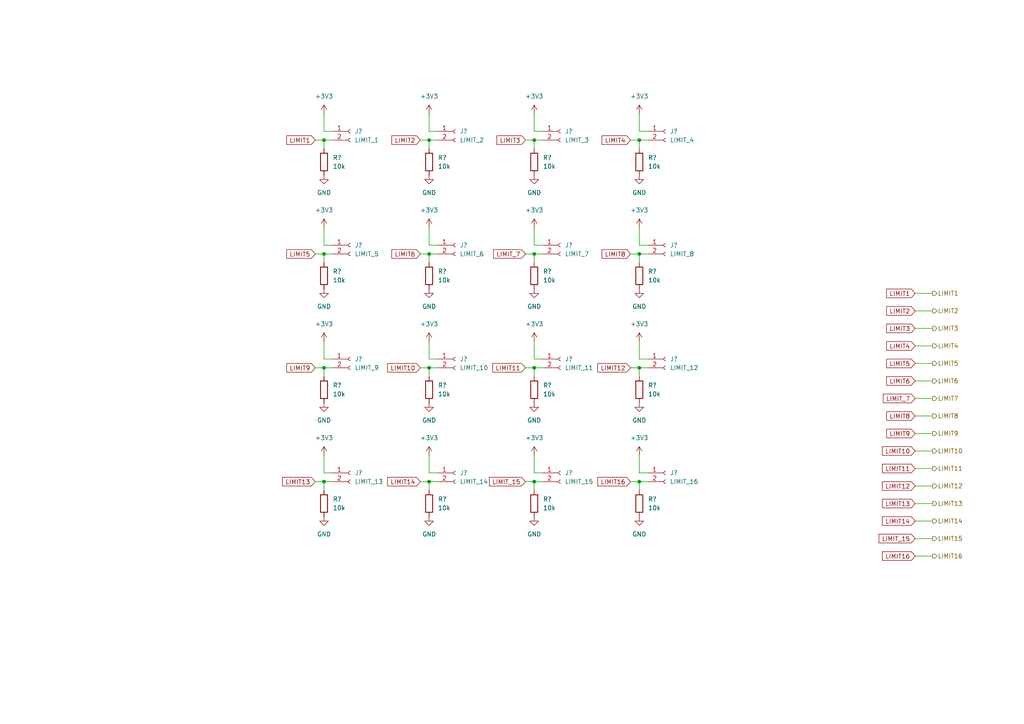
<source format=kicad_sch>
(kicad_sch (version 20250114) (generator "eeschema") (generator_version "9.0")
  (paper "A4")
  (lib_symbols
    (symbol "Connector:Conn_01x02_Socket" (pin_names (offset 1.016) (hide yes))
      (property "Reference" "J" (at 0 2.54 0))
      (property "Value" "Conn_01x02_Socket" (at 0 -5.08 0))
      (symbol "Conn_01x02_Socket_1_1"
        (polyline (pts (xy -1.27 0) (xy -0.508 0)) (stroke (width 0.1524)))
        (polyline (pts (xy -1.27 -2.54) (xy -0.508 -2.54)) (stroke (width 0.1524)))
        (arc (start 0 -0.508) (mid -0.5058 0) (end 0 0.508) (stroke (width 0.1524)))
        (arc (start 0 -3.048) (mid -0.5058 -2.54) (end 0 -2.032) (stroke (width 0.1524)))
        (pin passive line (at -5.08 0 0) (length 3.81) (name "Pin_1") (number "1"))
        (pin passive line (at -5.08 -2.54 0) (length 3.81) (name "Pin_2") (number "2"))
      )
    )
    (symbol "Device:R" (pin_numbers (hide yes)) (pin_names (offset 0))
      (property "Reference" "R" (at 2.032 0 90))
      (property "Value" "R" (at 0 0 90))
      (symbol "R_0_1"
        (rectangle (start -1.016 -2.54) (end 1.016 2.54) (stroke (width 0.254)))
      )
      (symbol "R_1_1"
        (pin passive line (at 0 3.81 270) (length 1.27) (name "~") (number "1"))
        (pin passive line (at 0 -3.81 90) (length 1.27) (name "~") (number "2"))
      )
    )
    (symbol "power:+3V3" (power) (pin_numbers (hide yes)) (pin_names (offset 0) (hide yes))
      (property "Value" "+3V3" (at 0 3.556 0))
      (symbol "+3V3_0_1"
        (polyline (pts (xy -0.762 1.27) (xy 0 2.54)))
        (polyline (pts (xy 0 2.54) (xy 0.762 1.27)))
        (polyline (pts (xy 0 0) (xy 0 2.54)))
      )
      (symbol "+3V3_1_1"
        (pin power_in line (at 0 0 90) (length 0) (name "~") (number "1"))
      )
    )
    (symbol "power:GND" (power) (pin_numbers (hide yes)) (pin_names (offset 0) (hide yes))
      (property "Value" "GND" (at 0 -3.81 0))
      (symbol "GND_0_1"
        (polyline (pts (xy 0 0) (xy 0 -1.27) (xy 1.27 -1.27) (xy 0 -2.54) (xy -1.27 -1.27) (xy 0 -1.27)))
      )
      (symbol "GND_1_1"
        (pin power_in line (at 0 0 270) (length 0) (name "~") (number "1"))
      )
    )
  )
  (junction (at 93.98 106.68))
  (junction (at 154.94 106.68))
  (junction (at 124.46 40.64))
  (junction (at 93.98 139.7))
  (junction (at 185.42 73.66))
  (junction (at 154.94 73.66))
  (junction (at 154.94 40.64))
  (junction (at 185.42 106.68))
  (junction (at 185.42 139.7))
  (junction (at 154.94 139.7))
  (junction (at 124.46 139.7))
  (junction (at 185.42 40.64))
  (junction (at 93.98 73.66))
  (junction (at 93.98 40.64))
  (junction (at 124.46 73.66))
  (junction (at 124.46 106.68))
  (wire (pts (xy 127 73.66) (xy 124.46 73.66)))
  (wire (pts (xy 185.42 99.06) (xy 185.42 104.14)))
  (wire (pts (xy 93.98 137.16) (xy 96.52 137.16)))
  (wire (pts (xy 93.98 40.64) (xy 91.44 40.64)))
  (wire (pts (xy 270.51 100.33) (xy 265.43 100.33)))
  (wire (pts (xy 154.94 73.66) (xy 152.4 73.66)))
  (wire (pts (xy 93.98 106.68) (xy 91.44 106.68)))
  (wire (pts (xy 96.52 106.68) (xy 93.98 106.68)))
  (wire (pts (xy 93.98 76.2) (xy 93.98 73.66)))
  (wire (pts (xy 154.94 106.68) (xy 152.4 106.68)))
  (wire (pts (xy 93.98 99.06) (xy 93.98 104.14)))
  (wire (pts (xy 124.46 142.24) (xy 124.46 139.7)))
  (wire (pts (xy 185.42 38.1) (xy 187.96 38.1)))
  (wire (pts (xy 124.46 33.02) (xy 124.46 38.1)))
  (wire (pts (xy 157.48 106.68) (xy 154.94 106.68)))
  (wire (pts (xy 96.52 139.7) (xy 93.98 139.7)))
  (wire (pts (xy 93.98 139.7) (xy 91.44 139.7)))
  (wire (pts (xy 93.98 142.24) (xy 93.98 139.7)))
  (wire (pts (xy 124.46 71.12) (xy 127 71.12)))
  (wire (pts (xy 157.48 139.7) (xy 154.94 139.7)))
  (wire (pts (xy 185.42 109.22) (xy 185.42 106.68)))
  (wire (pts (xy 187.96 40.64) (xy 185.42 40.64)))
  (wire (pts (xy 187.96 139.7) (xy 185.42 139.7)))
  (wire (pts (xy 93.98 71.12) (xy 96.52 71.12)))
  (wire (pts (xy 185.42 132.08) (xy 185.42 137.16)))
  (wire (pts (xy 124.46 139.7) (xy 121.92 139.7)))
  (wire (pts (xy 124.46 132.08) (xy 124.46 137.16)))
  (wire (pts (xy 124.46 38.1) (xy 127 38.1)))
  (wire (pts (xy 265.43 85.09) (xy 270.51 85.09)))
  (wire (pts (xy 185.42 104.14) (xy 187.96 104.14)))
  (wire (pts (xy 270.51 115.57) (xy 265.43 115.57)))
  (wire (pts (xy 185.42 66.04) (xy 185.42 71.12)))
  (wire (pts (xy 270.51 146.05) (xy 265.43 146.05)))
  (wire (pts (xy 96.52 73.66) (xy 93.98 73.66)))
  (wire (pts (xy 157.48 40.64) (xy 154.94 40.64)))
  (wire (pts (xy 154.94 43.18) (xy 154.94 40.64)))
  (wire (pts (xy 157.48 73.66) (xy 154.94 73.66)))
  (wire (pts (xy 270.51 125.73) (xy 265.43 125.73)))
  (wire (pts (xy 93.98 33.02) (xy 93.98 38.1)))
  (wire (pts (xy 270.51 110.49) (xy 265.43 110.49)))
  (wire (pts (xy 154.94 109.22) (xy 154.94 106.68)))
  (wire (pts (xy 185.42 106.68) (xy 182.88 106.68)))
  (wire (pts (xy 124.46 106.68) (xy 121.92 106.68)))
  (wire (pts (xy 187.96 73.66) (xy 185.42 73.66)))
  (wire (pts (xy 154.94 137.16) (xy 157.48 137.16)))
  (wire (pts (xy 96.52 40.64) (xy 93.98 40.64)))
  (wire (pts (xy 93.98 132.08) (xy 93.98 137.16)))
  (wire (pts (xy 93.98 66.04) (xy 93.98 71.12)))
  (wire (pts (xy 185.42 40.64) (xy 182.88 40.64)))
  (wire (pts (xy 154.94 132.08) (xy 154.94 137.16)))
  (wire (pts (xy 154.94 38.1) (xy 157.48 38.1)))
  (wire (pts (xy 154.94 104.14) (xy 157.48 104.14)))
  (wire (pts (xy 185.42 43.18) (xy 185.42 40.64)))
  (wire (pts (xy 185.42 142.24) (xy 185.42 139.7)))
  (wire (pts (xy 185.42 33.02) (xy 185.42 38.1)))
  (wire (pts (xy 154.94 76.2) (xy 154.94 73.66)))
  (wire (pts (xy 185.42 139.7) (xy 182.88 139.7)))
  (wire (pts (xy 93.98 38.1) (xy 96.52 38.1)))
  (wire (pts (xy 93.98 109.22) (xy 93.98 106.68)))
  (wire (pts (xy 270.51 156.21) (xy 265.43 156.21)))
  (wire (pts (xy 124.46 43.18) (xy 124.46 40.64)))
  (wire (pts (xy 270.51 135.89) (xy 265.43 135.89)))
  (wire (pts (xy 154.94 139.7) (xy 152.4 139.7)))
  (wire (pts (xy 124.46 137.16) (xy 127 137.16)))
  (wire (pts (xy 93.98 43.18) (xy 93.98 40.64)))
  (wire (pts (xy 127 139.7) (xy 124.46 139.7)))
  (wire (pts (xy 154.94 40.64) (xy 152.4 40.64)))
  (wire (pts (xy 93.98 73.66) (xy 91.44 73.66)))
  (wire (pts (xy 270.51 90.17) (xy 265.43 90.17)))
  (wire (pts (xy 185.42 137.16) (xy 187.96 137.16)))
  (wire (pts (xy 127 40.64) (xy 124.46 40.64)))
  (wire (pts (xy 124.46 76.2) (xy 124.46 73.66)))
  (wire (pts (xy 270.51 140.97) (xy 265.43 140.97)))
  (wire (pts (xy 185.42 76.2) (xy 185.42 73.66)))
  (wire (pts (xy 124.46 73.66) (xy 121.92 73.66)))
  (wire (pts (xy 270.51 120.65) (xy 265.43 120.65)))
  (wire (pts (xy 154.94 71.12) (xy 157.48 71.12)))
  (wire (pts (xy 93.98 104.14) (xy 96.52 104.14)))
  (wire (pts (xy 270.51 151.13) (xy 265.43 151.13)))
  (wire (pts (xy 124.46 104.14) (xy 127 104.14)))
  (wire (pts (xy 270.51 130.81) (xy 265.43 130.81)))
  (wire (pts (xy 124.46 99.06) (xy 124.46 104.14)))
  (wire (pts (xy 185.42 73.66) (xy 182.88 73.66)))
  (wire (pts (xy 154.94 66.04) (xy 154.94 71.12)))
  (wire (pts (xy 187.96 106.68) (xy 185.42 106.68)))
  (wire (pts (xy 270.51 105.41) (xy 265.43 105.41)))
  (wire (pts (xy 124.46 109.22) (xy 124.46 106.68)))
  (wire (pts (xy 154.94 99.06) (xy 154.94 104.14)))
  (wire (pts (xy 154.94 33.02) (xy 154.94 38.1)))
  (wire (pts (xy 127 106.68) (xy 124.46 106.68)))
  (wire (pts (xy 270.51 161.29) (xy 265.43 161.29)))
  (wire (pts (xy 154.94 142.24) (xy 154.94 139.7)))
  (wire (pts (xy 124.46 66.04) (xy 124.46 71.12)))
  (wire (pts (xy 185.42 71.12) (xy 187.96 71.12)))
  (wire (pts (xy 124.46 40.64) (xy 121.92 40.64)))
  (wire (pts (xy 270.51 95.25) (xy 265.43 95.25)))
  (global_label "LIMIT16" (shape input) (at 265.43 161.29 180) (property "Intersheetrefs" "${INTERSHEET_REFS}" (effects (hide yes))))
  (global_label "LIMIT2" (shape input) (at 265.43 90.17 180) (property "Intersheetrefs" "${INTERSHEET_REFS}" (effects (hide yes))))
  (global_label "LIMIT11" (shape input) (at 265.43 135.89 180) (property "Intersheetrefs" "${INTERSHEET_REFS}" (effects (hide yes))))
  (global_label "LIMIT_15" (shape input) (at 265.43 156.21 180) (property "Intersheetrefs" "${INTERSHEET_REFS}" (effects (hide yes))))
  (global_label "LIMIT4" (shape input) (at 265.43 100.33 180) (property "Intersheetrefs" "${INTERSHEET_REFS}" (effects (hide yes))))
  (global_label "LIMIT5" (shape input) (at 91.44 73.66 180) (property "Intersheetrefs" "${INTERSHEET_REFS}" (effects (hide yes))))
  (global_label "LIMIT_15" (shape input) (at 152.4 139.7 180) (property "Intersheetrefs" "${INTERSHEET_REFS}" (effects (hide yes))))
  (global_label "LIMIT10" (shape input) (at 121.92 106.68 180) (property "Intersheetrefs" "${INTERSHEET_REFS}" (effects (hide yes))))
  (global_label "LIMIT14" (shape input) (at 121.92 139.7 180) (property "Intersheetrefs" "${INTERSHEET_REFS}" (effects (hide yes))))
  (global_label "LIMIT13" (shape input) (at 91.44 139.7 180) (property "Intersheetrefs" "${INTERSHEET_REFS}" (effects (hide yes))))
  (global_label "LIMIT3" (shape input) (at 265.43 95.25 180) (property "Intersheetrefs" "${INTERSHEET_REFS}" (effects (hide yes))))
  (global_label "LIMIT3" (shape input) (at 152.4 40.64 180) (property "Intersheetrefs" "${INTERSHEET_REFS}" (effects (hide yes))))
  (global_label "LIMIT1" (shape input) (at 91.44 40.64 180) (property "Intersheetrefs" "${INTERSHEET_REFS}" (effects (hide yes))))
  (global_label "LIMIT10" (shape input) (at 265.43 130.81 180) (property "Intersheetrefs" "${INTERSHEET_REFS}" (effects (hide yes))))
  (global_label "LIMIT2" (shape input) (at 121.92 40.64 180) (property "Intersheetrefs" "${INTERSHEET_REFS}" (effects (hide yes))))
  (global_label "LIMIT_7" (shape input) (at 152.4 73.66 180) (property "Intersheetrefs" "${INTERSHEET_REFS}" (effects (hide yes))))
  (global_label "LIMIT9" (shape input) (at 91.44 106.68 180) (property "Intersheetrefs" "${INTERSHEET_REFS}" (effects (hide yes))))
  (global_label "LIMIT_7" (shape input) (at 265.43 115.57 180) (property "Intersheetrefs" "${INTERSHEET_REFS}" (effects (hide yes))))
  (global_label "LIMIT5" (shape input) (at 265.43 105.41 180) (property "Intersheetrefs" "${INTERSHEET_REFS}" (effects (hide yes))))
  (global_label "LIMIT16" (shape input) (at 182.88 139.7 180) (property "Intersheetrefs" "${INTERSHEET_REFS}" (effects (hide yes))))
  (global_label "LIMIT1" (shape input) (at 265.43 85.09 180) (property "Intersheetrefs" "${INTERSHEET_REFS}" (effects (hide yes))))
  (global_label "LIMIT12" (shape input) (at 182.88 106.68 180) (property "Intersheetrefs" "${INTERSHEET_REFS}" (effects (hide yes))))
  (global_label "LIMIT6" (shape input) (at 265.43 110.49 180) (property "Intersheetrefs" "${INTERSHEET_REFS}" (effects (hide yes))))
  (global_label "LIMIT8" (shape input) (at 265.43 120.65 180) (property "Intersheetrefs" "${INTERSHEET_REFS}" (effects (hide yes))))
  (global_label "LIMIT8" (shape input) (at 182.88 73.66 180) (property "Intersheetrefs" "${INTERSHEET_REFS}" (effects (hide yes))))
  (global_label "LIMIT11" (shape input) (at 152.4 106.68 180) (property "Intersheetrefs" "${INTERSHEET_REFS}" (effects (hide yes))))
  (global_label "LIMIT4" (shape input) (at 182.88 40.64 180) (property "Intersheetrefs" "${INTERSHEET_REFS}" (effects (hide yes))))
  (global_label "LIMIT14" (shape input) (at 265.43 151.13 180) (property "Intersheetrefs" "${INTERSHEET_REFS}" (effects (hide yes))))
  (global_label "LIMIT6" (shape input) (at 121.92 73.66 180) (property "Intersheetrefs" "${INTERSHEET_REFS}" (effects (hide yes))))
  (global_label "LIMIT13" (shape input) (at 265.43 146.05 180) (property "Intersheetrefs" "${INTERSHEET_REFS}" (effects (hide yes))))
  (global_label "LIMIT12" (shape input) (at 265.43 140.97 180) (property "Intersheetrefs" "${INTERSHEET_REFS}" (effects (hide yes))))
  (global_label "LIMIT9" (shape input) (at 265.43 125.73 180) (property "Intersheetrefs" "${INTERSHEET_REFS}" (effects (hide yes))))
  (hierarchical_label "LIMIT7" (shape output) (at 270.51 115.57 0))
  (hierarchical_label "LIMIT5" (shape output) (at 270.51 105.41 0))
  (hierarchical_label "LIMIT11" (shape output) (at 270.51 135.89 0))
  (hierarchical_label "LIMIT4" (shape output) (at 270.51 100.33 0))
  (hierarchical_label "LIMIT13" (shape output) (at 270.51 146.05 0))
  (hierarchical_label "LIMIT15" (shape output) (at 270.51 156.21 0))
  (hierarchical_label "LIMIT9" (shape output) (at 270.51 125.73 0))
  (hierarchical_label "LIMIT16" (shape output) (at 270.51 161.29 0))
  (hierarchical_label "LIMIT10" (shape output) (at 270.51 130.81 0))
  (hierarchical_label "LIMIT2" (shape output) (at 270.51 90.17 0))
  (hierarchical_label "LIMIT8" (shape output) (at 270.51 120.65 0))
  (hierarchical_label "LIMIT12" (shape output) (at 270.51 140.97 0))
  (hierarchical_label "LIMIT1" (shape output) (at 270.51 85.09 0))
  (hierarchical_label "LIMIT6" (shape output) (at 270.51 110.49 0))
  (hierarchical_label "LIMIT14" (shape output) (at 270.51 151.13 0))
  (hierarchical_label "LIMIT3" (shape output) (at 270.51 95.25 0))
  (symbol (lib_id "power:+3V3") (at 185.42 99.06 0) (unit 1)
    (property "Reference" "#PWR?" (effects (hide yes)))
    (property "Value" "+3V3" (at 185.42 93.98 0))
    (property "Description" "Power symbol creates a global label with name \"+3V3\"" (effects (hide yes)))
  )
  (symbol (lib_id "Connector:Conn_01x02_Socket") (at 101.6 71.12 0) (unit 1)
    (property "Reference" "J?" (at 102.87 71.1199 0) (effects (justify left)))
    (property "Value" "LIMIT_5" (at 102.87 73.6599 0) (effects (justify left)))
    (property "Description" "Generic connector, single row, 01x02, script generated" (effects (hide yes)))
  )
  (symbol (lib_id "Device:R") (at 93.98 146.05 180) (unit 1)
    (property "Reference" "R?" (at 96.52 144.7799 0) (effects (justify right)))
    (property "Value" "10k" (at 96.52 147.3199 0) (effects (justify right)))
    (property "Footprint" "Resistor_SMD:R_0603_1608Metric_Pad0.98x0.95mm_HandSolder" (effects (hide yes)))
  )
  (symbol (lib_id "Connector:Conn_01x02_Socket") (at 162.56 38.1 0) (unit 1)
    (property "Reference" "J?" (at 163.83 38.0999 0) (effects (justify left)))
    (property "Value" "LIMIT_3" (at 163.83 40.6399 0) (effects (justify left)))
    (property "Description" "Generic connector, single row, 01x02, script generated" (effects (hide yes)))
  )
  (symbol (lib_id "power:+3V3") (at 124.46 99.06 0) (unit 1)
    (property "Reference" "#PWR?" (effects (hide yes)))
    (property "Value" "+3V3" (at 124.46 93.98 0))
    (property "Description" "Power symbol creates a global label with name \"+3V3\"" (effects (hide yes)))
  )
  (symbol (lib_id "Device:R") (at 93.98 80.01 180) (unit 1)
    (property "Reference" "R?" (at 96.52 78.7399 0) (effects (justify right)))
    (property "Value" "10k" (at 96.52 81.2799 0) (effects (justify right)))
    (property "Footprint" "Resistor_SMD:R_0603_1608Metric_Pad0.98x0.95mm_HandSolder" (effects (hide yes)))
  )
  (symbol (lib_id "power:GND") (at 185.42 50.8 0) (unit 1)
    (property "Reference" "#PWR?" (effects (hide yes)))
    (property "Value" "GND" (at 185.42 55.88 0))
    (property "Description" "Power symbol creates a global label with name \"GND\" , ground" (effects (hide yes)))
  )
  (symbol (lib_id "power:+3V3") (at 93.98 33.02 0) (unit 1)
    (property "Reference" "#PWR?" (effects (hide yes)))
    (property "Value" "+3V3" (at 93.98 27.94 0))
    (property "Description" "Power symbol creates a global label with name \"+3V3\"" (effects (hide yes)))
  )
  (symbol (lib_id "power:GND") (at 93.98 83.82 0) (unit 1)
    (property "Reference" "#PWR?" (effects (hide yes)))
    (property "Value" "GND" (at 93.98 88.9 0))
    (property "Description" "Power symbol creates a global label with name \"GND\" , ground" (effects (hide yes)))
  )
  (symbol (lib_id "Device:R") (at 124.46 80.01 180) (unit 1)
    (property "Reference" "R?" (at 127 78.7399 0) (effects (justify right)))
    (property "Value" "10k" (at 127 81.2799 0) (effects (justify right)))
    (property "Footprint" "Resistor_SMD:R_0603_1608Metric_Pad0.98x0.95mm_HandSolder" (effects (hide yes)))
  )
  (symbol (lib_id "Device:R") (at 124.46 46.99 180) (unit 1)
    (property "Reference" "R?" (at 127 45.7199 0) (effects (justify right)))
    (property "Value" "10k" (at 127 48.2599 0) (effects (justify right)))
    (property "Footprint" "Resistor_SMD:R_0603_1608Metric_Pad0.98x0.95mm_HandSolder" (effects (hide yes)))
  )
  (symbol (lib_id "power:GND") (at 185.42 83.82 0) (unit 1)
    (property "Reference" "#PWR?" (effects (hide yes)))
    (property "Value" "GND" (at 185.42 88.9 0))
    (property "Description" "Power symbol creates a global label with name \"GND\" , ground" (effects (hide yes)))
  )
  (symbol (lib_id "power:+3V3") (at 124.46 33.02 0) (unit 1)
    (property "Reference" "#PWR?" (effects (hide yes)))
    (property "Value" "+3V3" (at 124.46 27.94 0))
    (property "Description" "Power symbol creates a global label with name \"+3V3\"" (effects (hide yes)))
  )
  (symbol (lib_id "Connector:Conn_01x02_Socket") (at 132.08 104.14 0) (unit 1)
    (property "Reference" "J?" (at 133.35 104.1399 0) (effects (justify left)))
    (property "Value" "LIMIT_10" (at 133.35 106.6799 0) (effects (justify left)))
    (property "Description" "Generic connector, single row, 01x02, script generated" (effects (hide yes)))
  )
  (symbol (lib_id "power:+3V3") (at 93.98 66.04 0) (unit 1)
    (property "Reference" "#PWR?" (effects (hide yes)))
    (property "Value" "+3V3" (at 93.98 60.96 0))
    (property "Description" "Power symbol creates a global label with name \"+3V3\"" (effects (hide yes)))
  )
  (symbol (lib_id "Device:R") (at 124.46 113.03 180) (unit 1)
    (property "Reference" "R?" (at 127 111.7599 0) (effects (justify right)))
    (property "Value" "10k" (at 127 114.2999 0) (effects (justify right)))
    (property "Footprint" "Resistor_SMD:R_0603_1608Metric_Pad0.98x0.95mm_HandSolder" (effects (hide yes)))
  )
  (symbol (lib_id "Device:R") (at 154.94 80.01 180) (unit 1)
    (property "Reference" "R?" (at 157.48 78.7399 0) (effects (justify right)))
    (property "Value" "10k" (at 157.48 81.2799 0) (effects (justify right)))
    (property "Footprint" "Resistor_SMD:R_0603_1608Metric_Pad0.98x0.95mm_HandSolder" (effects (hide yes)))
  )
  (symbol (lib_id "Device:R") (at 93.98 46.99 180) (unit 1)
    (property "Reference" "R?" (at 96.52 45.7199 0) (effects (justify right)))
    (property "Value" "10k" (at 96.52 48.2599 0) (effects (justify right)))
    (property "Footprint" "Resistor_SMD:R_0603_1608Metric_Pad0.98x0.95mm_HandSolder" (effects (hide yes)))
  )
  (symbol (lib_id "power:+3V3") (at 185.42 66.04 0) (unit 1)
    (property "Reference" "#PWR?" (effects (hide yes)))
    (property "Value" "+3V3" (at 185.42 60.96 0))
    (property "Description" "Power symbol creates a global label with name \"+3V3\"" (effects (hide yes)))
  )
  (symbol (lib_id "Device:R") (at 185.42 146.05 180) (unit 1)
    (property "Reference" "R?" (at 187.96 144.7799 0) (effects (justify right)))
    (property "Value" "10k" (at 187.96 147.3199 0) (effects (justify right)))
    (property "Footprint" "Resistor_SMD:R_0603_1608Metric_Pad0.98x0.95mm_HandSolder" (effects (hide yes)))
  )
  (symbol (lib_id "Connector:Conn_01x02_Socket") (at 132.08 71.12 0) (unit 1)
    (property "Reference" "J?" (at 133.35 71.1199 0) (effects (justify left)))
    (property "Value" "LIMIT_6" (at 133.35 73.6599 0) (effects (justify left)))
    (property "Description" "Generic connector, single row, 01x02, script generated" (effects (hide yes)))
  )
  (symbol (lib_id "Connector:Conn_01x02_Socket") (at 162.56 71.12 0) (unit 1)
    (property "Reference" "J?" (at 163.83 71.1199 0) (effects (justify left)))
    (property "Value" "LIMIT_7" (at 163.83 73.6599 0) (effects (justify left)))
    (property "Description" "Generic connector, single row, 01x02, script generated" (effects (hide yes)))
  )
  (symbol (lib_id "power:GND") (at 154.94 50.8 0) (unit 1)
    (property "Reference" "#PWR?" (effects (hide yes)))
    (property "Value" "GND" (at 154.94 55.88 0))
    (property "Description" "Power symbol creates a global label with name \"GND\" , ground" (effects (hide yes)))
  )
  (symbol (lib_id "power:GND") (at 154.94 149.86 0) (unit 1)
    (property "Reference" "#PWR?" (effects (hide yes)))
    (property "Value" "GND" (at 154.94 154.94 0))
    (property "Description" "Power symbol creates a global label with name \"GND\" , ground" (effects (hide yes)))
  )
  (symbol (lib_id "power:GND") (at 93.98 116.84 0) (unit 1)
    (property "Reference" "#PWR?" (effects (hide yes)))
    (property "Value" "GND" (at 93.98 121.92 0))
    (property "Description" "Power symbol creates a global label with name \"GND\" , ground" (effects (hide yes)))
  )
  (symbol (lib_id "Connector:Conn_01x02_Socket") (at 162.56 137.16 0) (unit 1)
    (property "Reference" "J?" (at 163.83 137.1599 0) (effects (justify left)))
    (property "Value" "LIMIT_15" (at 163.83 139.6999 0) (effects (justify left)))
    (property "Description" "Generic connector, single row, 01x02, script generated" (effects (hide yes)))
  )
  (symbol (lib_id "Device:R") (at 154.94 46.99 180) (unit 1)
    (property "Reference" "R?" (at 157.48 45.7199 0) (effects (justify right)))
    (property "Value" "10k" (at 157.48 48.2599 0) (effects (justify right)))
    (property "Footprint" "Resistor_SMD:R_0603_1608Metric_Pad0.98x0.95mm_HandSolder" (effects (hide yes)))
  )
  (symbol (lib_id "Device:R") (at 185.42 46.99 180) (unit 1)
    (property "Reference" "R?" (at 187.96 45.7199 0) (effects (justify right)))
    (property "Value" "10k" (at 187.96 48.2599 0) (effects (justify right)))
    (property "Footprint" "Resistor_SMD:R_0603_1608Metric_Pad0.98x0.95mm_HandSolder" (effects (hide yes)))
  )
  (symbol (lib_id "power:GND") (at 185.42 149.86 0) (unit 1)
    (property "Reference" "#PWR?" (effects (hide yes)))
    (property "Value" "GND" (at 185.42 154.94 0))
    (property "Description" "Power symbol creates a global label with name \"GND\" , ground" (effects (hide yes)))
  )
  (symbol (lib_id "Connector:Conn_01x02_Socket") (at 101.6 38.1 0) (unit 1)
    (property "Reference" "J?" (at 102.87 38.0999 0) (effects (justify left)))
    (property "Value" "LIMIT_1" (at 102.87 40.6399 0) (effects (justify left)))
    (property "Description" "Generic connector, single row, 01x02, script generated" (effects (hide yes)))
  )
  (symbol (lib_id "power:+3V3") (at 185.42 132.08 0) (unit 1)
    (property "Reference" "#PWR?" (effects (hide yes)))
    (property "Value" "+3V3" (at 185.42 127 0))
    (property "Description" "Power symbol creates a global label with name \"+3V3\"" (effects (hide yes)))
  )
  (symbol (lib_id "Connector:Conn_01x02_Socket") (at 193.04 137.16 0) (unit 1)
    (property "Reference" "J?" (at 194.31 137.1599 0) (effects (justify left)))
    (property "Value" "LIMIT_16" (at 194.31 139.6999 0) (effects (justify left)))
    (property "Description" "Generic connector, single row, 01x02, script generated" (effects (hide yes)))
  )
  (symbol (lib_id "Connector:Conn_01x02_Socket") (at 101.6 137.16 0) (unit 1)
    (property "Reference" "J?" (at 102.87 137.1599 0) (effects (justify left)))
    (property "Value" "LIMIT_13" (at 102.87 139.6999 0) (effects (justify left)))
    (property "Description" "Generic connector, single row, 01x02, script generated" (effects (hide yes)))
  )
  (symbol (lib_id "power:+3V3") (at 185.42 33.02 0) (unit 1)
    (property "Reference" "#PWR?" (effects (hide yes)))
    (property "Value" "+3V3" (at 185.42 27.94 0))
    (property "Description" "Power symbol creates a global label with name \"+3V3\"" (effects (hide yes)))
  )
  (symbol (lib_id "power:+3V3") (at 124.46 132.08 0) (unit 1)
    (property "Reference" "#PWR?" (effects (hide yes)))
    (property "Value" "+3V3" (at 124.46 127 0))
    (property "Description" "Power symbol creates a global label with name \"+3V3\"" (effects (hide yes)))
  )
  (symbol (lib_id "power:GND") (at 154.94 116.84 0) (unit 1)
    (property "Reference" "#PWR?" (effects (hide yes)))
    (property "Value" "GND" (at 154.94 121.92 0))
    (property "Description" "Power symbol creates a global label with name \"GND\" , ground" (effects (hide yes)))
  )
  (symbol (lib_id "power:+3V3") (at 154.94 99.06 0) (unit 1)
    (property "Reference" "#PWR?" (effects (hide yes)))
    (property "Value" "+3V3" (at 154.94 93.98 0))
    (property "Description" "Power symbol creates a global label with name \"+3V3\"" (effects (hide yes)))
  )
  (symbol (lib_id "Device:R") (at 93.98 113.03 180) (unit 1)
    (property "Reference" "R?" (at 96.52 111.7599 0) (effects (justify right)))
    (property "Value" "10k" (at 96.52 114.2999 0) (effects (justify right)))
    (property "Footprint" "Resistor_SMD:R_0603_1608Metric_Pad0.98x0.95mm_HandSolder" (effects (hide yes)))
  )
  (symbol (lib_id "Device:R") (at 124.46 146.05 180) (unit 1)
    (property "Reference" "R?" (at 127 144.7799 0) (effects (justify right)))
    (property "Value" "10k" (at 127 147.3199 0) (effects (justify right)))
    (property "Footprint" "Resistor_SMD:R_0603_1608Metric_Pad0.98x0.95mm_HandSolder" (effects (hide yes)))
  )
  (symbol (lib_id "power:GND") (at 124.46 149.86 0) (unit 1)
    (property "Reference" "#PWR?" (effects (hide yes)))
    (property "Value" "GND" (at 124.46 154.94 0))
    (property "Description" "Power symbol creates a global label with name \"GND\" , ground" (effects (hide yes)))
  )
  (symbol (lib_id "power:+3V3") (at 93.98 132.08 0) (unit 1)
    (property "Reference" "#PWR?" (effects (hide yes)))
    (property "Value" "+3V3" (at 93.98 127 0))
    (property "Description" "Power symbol creates a global label with name \"+3V3\"" (effects (hide yes)))
  )
  (symbol (lib_id "power:GND") (at 124.46 50.8 0) (unit 1)
    (property "Reference" "#PWR?" (effects (hide yes)))
    (property "Value" "GND" (at 124.46 55.88 0))
    (property "Description" "Power symbol creates a global label with name \"GND\" , ground" (effects (hide yes)))
  )
  (symbol (lib_id "Device:R") (at 185.42 113.03 180) (unit 1)
    (property "Reference" "R?" (at 187.96 111.7599 0) (effects (justify right)))
    (property "Value" "10k" (at 187.96 114.2999 0) (effects (justify right)))
    (property "Footprint" "Resistor_SMD:R_0603_1608Metric_Pad0.98x0.95mm_HandSolder" (effects (hide yes)))
  )
  (symbol (lib_id "power:GND") (at 154.94 83.82 0) (unit 1)
    (property "Reference" "#PWR?" (effects (hide yes)))
    (property "Value" "GND" (at 154.94 88.9 0))
    (property "Description" "Power symbol creates a global label with name \"GND\" , ground" (effects (hide yes)))
  )
  (symbol (lib_id "power:+3V3") (at 154.94 33.02 0) (unit 1)
    (property "Reference" "#PWR?" (effects (hide yes)))
    (property "Value" "+3V3" (at 154.94 27.94 0))
    (property "Description" "Power symbol creates a global label with name \"+3V3\"" (effects (hide yes)))
  )
  (symbol (lib_id "power:GND") (at 124.46 83.82 0) (unit 1)
    (property "Reference" "#PWR?" (effects (hide yes)))
    (property "Value" "GND" (at 124.46 88.9 0))
    (property "Description" "Power symbol creates a global label with name \"GND\" , ground" (effects (hide yes)))
  )
  (symbol (lib_id "power:+3V3") (at 154.94 66.04 0) (unit 1)
    (property "Reference" "#PWR?" (effects (hide yes)))
    (property "Value" "+3V3" (at 154.94 60.96 0))
    (property "Description" "Power symbol creates a global label with name \"+3V3\"" (effects (hide yes)))
  )
  (symbol (lib_id "Device:R") (at 154.94 113.03 180) (unit 1)
    (property "Reference" "R?" (at 157.48 111.7599 0) (effects (justify right)))
    (property "Value" "10k" (at 157.48 114.2999 0) (effects (justify right)))
    (property "Footprint" "Resistor_SMD:R_0603_1608Metric_Pad0.98x0.95mm_HandSolder" (effects (hide yes)))
  )
  (symbol (lib_id "Connector:Conn_01x02_Socket") (at 132.08 38.1 0) (unit 1)
    (property "Reference" "J?" (at 133.35 38.0999 0) (effects (justify left)))
    (property "Value" "LIMIT_2" (at 133.35 40.6399 0) (effects (justify left)))
    (property "Description" "Generic connector, single row, 01x02, script generated" (effects (hide yes)))
  )
  (symbol (lib_id "Connector:Conn_01x02_Socket") (at 132.08 137.16 0) (unit 1)
    (property "Reference" "J?" (at 133.35 137.1599 0) (effects (justify left)))
    (property "Value" "LIMIT_14" (at 133.35 139.6999 0) (effects (justify left)))
    (property "Description" "Generic connector, single row, 01x02, script generated" (effects (hide yes)))
  )
  (symbol (lib_id "power:+3V3") (at 124.46 66.04 0) (unit 1)
    (property "Reference" "#PWR?" (effects (hide yes)))
    (property "Value" "+3V3" (at 124.46 60.96 0))
    (property "Description" "Power symbol creates a global label with name \"+3V3\"" (effects (hide yes)))
  )
  (symbol (lib_id "Device:R") (at 185.42 80.01 180) (unit 1)
    (property "Reference" "R?" (at 187.96 78.7399 0) (effects (justify right)))
    (property "Value" "10k" (at 187.96 81.2799 0) (effects (justify right)))
    (property "Footprint" "Resistor_SMD:R_0603_1608Metric_Pad0.98x0.95mm_HandSolder" (effects (hide yes)))
  )
  (symbol (lib_id "Connector:Conn_01x02_Socket") (at 193.04 71.12 0) (unit 1)
    (property "Reference" "J?" (at 194.31 71.1199 0) (effects (justify left)))
    (property "Value" "LIMIT_8" (at 194.31 73.6599 0) (effects (justify left)))
    (property "Description" "Generic connector, single row, 01x02, script generated" (effects (hide yes)))
  )
  (symbol (lib_id "power:GND") (at 185.42 116.84 0) (unit 1)
    (property "Reference" "#PWR?" (effects (hide yes)))
    (property "Value" "GND" (at 185.42 121.92 0))
    (property "Description" "Power symbol creates a global label with name \"GND\" , ground" (effects (hide yes)))
  )
  (symbol (lib_id "power:GND") (at 124.46 116.84 0) (unit 1)
    (property "Reference" "#PWR?" (effects (hide yes)))
    (property "Value" "GND" (at 124.46 121.92 0))
    (property "Description" "Power symbol creates a global label with name \"GND\" , ground" (effects (hide yes)))
  )
  (symbol (lib_id "power:GND") (at 93.98 50.8 0) (unit 1)
    (property "Reference" "#PWR?" (effects (hide yes)))
    (property "Value" "GND" (at 93.98 55.88 0))
    (property "Description" "Power symbol creates a global label with name \"GND\" , ground" (effects (hide yes)))
  )
  (symbol (lib_id "Connector:Conn_01x02_Socket") (at 162.56 104.14 0) (unit 1)
    (property "Reference" "J?" (at 163.83 104.1399 0) (effects (justify left)))
    (property "Value" "LIMIT_11" (at 163.83 106.6799 0) (effects (justify left)))
    (property "Description" "Generic connector, single row, 01x02, script generated" (effects (hide yes)))
  )
  (symbol (lib_id "power:+3V3") (at 154.94 132.08 0) (unit 1)
    (property "Reference" "#PWR?" (effects (hide yes)))
    (property "Value" "+3V3" (at 154.94 127 0))
    (property "Description" "Power symbol creates a global label with name \"+3V3\"" (effects (hide yes)))
  )
  (symbol (lib_id "power:+3V3") (at 93.98 99.06 0) (unit 1)
    (property "Reference" "#PWR?" (effects (hide yes)))
    (property "Value" "+3V3" (at 93.98 93.98 0))
    (property "Description" "Power symbol creates a global label with name \"+3V3\"" (effects (hide yes)))
  )
  (symbol (lib_id "Device:R") (at 154.94 146.05 180) (unit 1)
    (property "Reference" "R?" (at 157.48 144.7799 0) (effects (justify right)))
    (property "Value" "10k" (at 157.48 147.3199 0) (effects (justify right)))
    (property "Footprint" "Resistor_SMD:R_0603_1608Metric_Pad0.98x0.95mm_HandSolder" (effects (hide yes)))
  )
  (symbol (lib_id "power:GND") (at 93.98 149.86 0) (unit 1)
    (property "Reference" "#PWR?" (effects (hide yes)))
    (property "Value" "GND" (at 93.98 154.94 0))
    (property "Description" "Power symbol creates a global label with name \"GND\" , ground" (effects (hide yes)))
  )
  (symbol (lib_id "Connector:Conn_01x02_Socket") (at 193.04 104.14 0) (unit 1)
    (property "Reference" "J?" (at 194.31 104.1399 0) (effects (justify left)))
    (property "Value" "LIMIT_12" (at 194.31 106.6799 0) (effects (justify left)))
    (property "Description" "Generic connector, single row, 01x02, script generated" (effects (hide yes)))
  )
  (symbol (lib_id "Connector:Conn_01x02_Socket") (at 193.04 38.1 0) (unit 1)
    (property "Reference" "J?" (at 194.31 38.0999 0) (effects (justify left)))
    (property "Value" "LIMIT_4" (at 194.31 40.6399 0) (effects (justify left)))
    (property "Description" "Generic connector, single row, 01x02, script generated" (effects (hide yes)))
  )
  (symbol (lib_id "Connector:Conn_01x02_Socket") (at 101.6 104.14 0) (unit 1)
    (property "Reference" "J?" (at 102.87 104.1399 0) (effects (justify left)))
    (property "Value" "LIMIT_9" (at 102.87 106.6799 0) (effects (justify left)))
    (property "Description" "Generic connector, single row, 01x02, script generated" (effects (hide yes)))
  )
)
</source>
